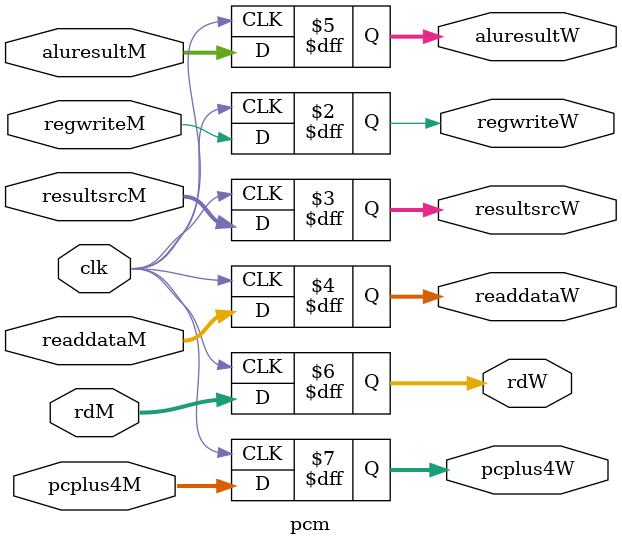
<source format=sv>
module pcm #(
    parameter WIDTH = 32
)(

    input logic clk,

    //Control
    input logic regwriteM,
    input logic [1:0] resultsrcM,

    output logic regwriteW,
    output logic [1:0] resultsrcW,

    //Data
    input logic [WIDTH - 1:0] readdataM,
    input logic [WIDTH - 1:0] aluresultM,
    input logic [4:0] rdM,
    input logic [WIDTH - 1:0] pcplus4M,
    
    output logic [WIDTH - 1:0] readdataW,
    output logic [WIDTH - 1:0] aluresultW,
    output logic [4:0] rdW,
    output logic [WIDTH - 1:0] pcplus4W,

);

always_ff @(posedge clk) begin

    //control
    regwriteW <= regwriteM;
    resultsrcW <= resultsrcM;

    //data
    readdataW <= readdataM;
    aluresultW <= aluresultM;
    rdW <= rdM;
    pcplus4W <= pcplus4M;
    //immextW <= immextM;
    
end

endmodule

</source>
